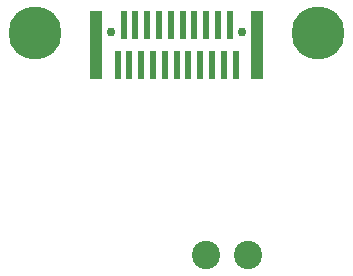
<source format=gbr>
%TF.GenerationSoftware,KiCad,Pcbnew,(6.0.0-0)*%
%TF.CreationDate,2022-03-04T22:18:36-05:00*%
%TF.ProjectId,thermalcouple,74686572-6d61-46c6-936f-75706c652e6b,rev?*%
%TF.SameCoordinates,Original*%
%TF.FileFunction,Soldermask,Bot*%
%TF.FilePolarity,Negative*%
%FSLAX46Y46*%
G04 Gerber Fmt 4.6, Leading zero omitted, Abs format (unit mm)*
G04 Created by KiCad (PCBNEW (6.0.0-0)) date 2022-03-04 22:18:36*
%MOMM*%
%LPD*%
G01*
G04 APERTURE LIST*
%ADD10C,2.400000*%
%ADD11C,4.500000*%
%ADD12C,0.760000*%
%ADD13R,1.000000X5.850000*%
%ADD14R,0.610000X2.410000*%
G04 APERTURE END LIST*
D10*
%TO.C,J1*%
X109502000Y-82804000D03*
X113002000Y-82804000D03*
%TD*%
D11*
%TO.C,H1*%
X95000000Y-64000000D03*
%TD*%
%TO.C,H2*%
X119000000Y-64000000D03*
%TD*%
D12*
%TO.C,J2*%
X101475500Y-63900000D03*
X112524500Y-63900000D03*
D13*
X100173500Y-65000000D03*
X113826500Y-65000000D03*
D14*
X101996500Y-66720000D03*
X102996500Y-66720000D03*
X103996500Y-66720000D03*
X104996500Y-66720000D03*
X105996500Y-66720000D03*
X106996500Y-66720000D03*
X107996500Y-66720000D03*
X108996500Y-66720000D03*
X109996500Y-66720000D03*
X110996500Y-66720000D03*
X111996500Y-66720000D03*
X111496500Y-63280000D03*
X110496500Y-63280000D03*
X109496500Y-63280000D03*
X108496500Y-63280000D03*
X107496500Y-63280000D03*
X106496500Y-63280000D03*
X105496500Y-63280000D03*
X104496500Y-63280000D03*
X103496500Y-63320000D03*
X102496500Y-63320000D03*
%TD*%
M02*

</source>
